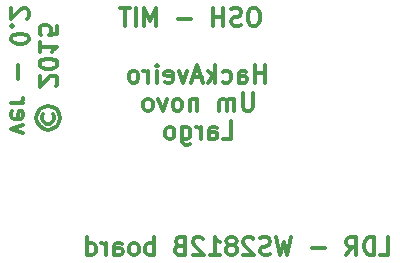
<source format=gbr>
%FSLAX46Y46*%
G04 Gerber Fmt 4.6, Leading zero omitted, Abs format (unit mm)*
G04 Created by KiCad (PCBNEW (2014-08-21 BZR 5087)-product) date Dom 15 Mar 2015 17:53:44 WET*
%MOMM*%
G01*
G04 APERTURE LIST*
%ADD10C,0.100000*%
%ADD11C,0.300000*%
G04 APERTURE END LIST*
D10*
D11*
X158277143Y-100975571D02*
X158277143Y-102189857D01*
X158205715Y-102332714D01*
X158134286Y-102404143D01*
X157991429Y-102475571D01*
X157705715Y-102475571D01*
X157562857Y-102404143D01*
X157491429Y-102332714D01*
X157420000Y-102189857D01*
X157420000Y-100975571D01*
X156705714Y-102475571D02*
X156705714Y-101475571D01*
X156705714Y-101618429D02*
X156634286Y-101547000D01*
X156491428Y-101475571D01*
X156277143Y-101475571D01*
X156134286Y-101547000D01*
X156062857Y-101689857D01*
X156062857Y-102475571D01*
X156062857Y-101689857D02*
X155991428Y-101547000D01*
X155848571Y-101475571D01*
X155634286Y-101475571D01*
X155491428Y-101547000D01*
X155420000Y-101689857D01*
X155420000Y-102475571D01*
X153562857Y-101475571D02*
X153562857Y-102475571D01*
X153562857Y-101618429D02*
X153491429Y-101547000D01*
X153348571Y-101475571D01*
X153134286Y-101475571D01*
X152991429Y-101547000D01*
X152920000Y-101689857D01*
X152920000Y-102475571D01*
X151991428Y-102475571D02*
X152134286Y-102404143D01*
X152205714Y-102332714D01*
X152277143Y-102189857D01*
X152277143Y-101761286D01*
X152205714Y-101618429D01*
X152134286Y-101547000D01*
X151991428Y-101475571D01*
X151777143Y-101475571D01*
X151634286Y-101547000D01*
X151562857Y-101618429D01*
X151491428Y-101761286D01*
X151491428Y-102189857D01*
X151562857Y-102332714D01*
X151634286Y-102404143D01*
X151777143Y-102475571D01*
X151991428Y-102475571D01*
X150991428Y-101475571D02*
X150634285Y-102475571D01*
X150277143Y-101475571D01*
X149491428Y-102475571D02*
X149634286Y-102404143D01*
X149705714Y-102332714D01*
X149777143Y-102189857D01*
X149777143Y-101761286D01*
X149705714Y-101618429D01*
X149634286Y-101547000D01*
X149491428Y-101475571D01*
X149277143Y-101475571D01*
X149134286Y-101547000D01*
X149062857Y-101618429D01*
X148991428Y-101761286D01*
X148991428Y-102189857D01*
X149062857Y-102332714D01*
X149134286Y-102404143D01*
X149277143Y-102475571D01*
X149491428Y-102475571D01*
X155705714Y-104875571D02*
X156420000Y-104875571D01*
X156420000Y-103375571D01*
X154562857Y-104875571D02*
X154562857Y-104089857D01*
X154634286Y-103947000D01*
X154777143Y-103875571D01*
X155062857Y-103875571D01*
X155205714Y-103947000D01*
X154562857Y-104804143D02*
X154705714Y-104875571D01*
X155062857Y-104875571D01*
X155205714Y-104804143D01*
X155277143Y-104661286D01*
X155277143Y-104518429D01*
X155205714Y-104375571D01*
X155062857Y-104304143D01*
X154705714Y-104304143D01*
X154562857Y-104232714D01*
X153848571Y-104875571D02*
X153848571Y-103875571D01*
X153848571Y-104161286D02*
X153777143Y-104018429D01*
X153705714Y-103947000D01*
X153562857Y-103875571D01*
X153420000Y-103875571D01*
X152277143Y-103875571D02*
X152277143Y-105089857D01*
X152348572Y-105232714D01*
X152420000Y-105304143D01*
X152562857Y-105375571D01*
X152777143Y-105375571D01*
X152920000Y-105304143D01*
X152277143Y-104804143D02*
X152420000Y-104875571D01*
X152705714Y-104875571D01*
X152848572Y-104804143D01*
X152920000Y-104732714D01*
X152991429Y-104589857D01*
X152991429Y-104161286D01*
X152920000Y-104018429D01*
X152848572Y-103947000D01*
X152705714Y-103875571D01*
X152420000Y-103875571D01*
X152277143Y-103947000D01*
X151348571Y-104875571D02*
X151491429Y-104804143D01*
X151562857Y-104732714D01*
X151634286Y-104589857D01*
X151634286Y-104161286D01*
X151562857Y-104018429D01*
X151491429Y-103947000D01*
X151348571Y-103875571D01*
X151134286Y-103875571D01*
X150991429Y-103947000D01*
X150920000Y-104018429D01*
X150848571Y-104161286D01*
X150848571Y-104589857D01*
X150920000Y-104732714D01*
X150991429Y-104804143D01*
X151134286Y-104875571D01*
X151348571Y-104875571D01*
X169035713Y-114678571D02*
X169749999Y-114678571D01*
X169749999Y-113178571D01*
X168535713Y-114678571D02*
X168535713Y-113178571D01*
X168178570Y-113178571D01*
X167964285Y-113250000D01*
X167821427Y-113392857D01*
X167749999Y-113535714D01*
X167678570Y-113821429D01*
X167678570Y-114035714D01*
X167749999Y-114321429D01*
X167821427Y-114464286D01*
X167964285Y-114607143D01*
X168178570Y-114678571D01*
X168535713Y-114678571D01*
X166178570Y-114678571D02*
X166678570Y-113964286D01*
X167035713Y-114678571D02*
X167035713Y-113178571D01*
X166464285Y-113178571D01*
X166321427Y-113250000D01*
X166249999Y-113321429D01*
X166178570Y-113464286D01*
X166178570Y-113678571D01*
X166249999Y-113821429D01*
X166321427Y-113892857D01*
X166464285Y-113964286D01*
X167035713Y-113964286D01*
X164392856Y-114107143D02*
X163249999Y-114107143D01*
X161535713Y-113178571D02*
X161178570Y-114678571D01*
X160892856Y-113607143D01*
X160607142Y-114678571D01*
X160249999Y-113178571D01*
X159749999Y-114607143D02*
X159535713Y-114678571D01*
X159178570Y-114678571D01*
X159035713Y-114607143D01*
X158964284Y-114535714D01*
X158892856Y-114392857D01*
X158892856Y-114250000D01*
X158964284Y-114107143D01*
X159035713Y-114035714D01*
X159178570Y-113964286D01*
X159464284Y-113892857D01*
X159607142Y-113821429D01*
X159678570Y-113750000D01*
X159749999Y-113607143D01*
X159749999Y-113464286D01*
X159678570Y-113321429D01*
X159607142Y-113250000D01*
X159464284Y-113178571D01*
X159107142Y-113178571D01*
X158892856Y-113250000D01*
X158321428Y-113321429D02*
X158249999Y-113250000D01*
X158107142Y-113178571D01*
X157749999Y-113178571D01*
X157607142Y-113250000D01*
X157535713Y-113321429D01*
X157464285Y-113464286D01*
X157464285Y-113607143D01*
X157535713Y-113821429D01*
X158392856Y-114678571D01*
X157464285Y-114678571D01*
X156607142Y-113821429D02*
X156750000Y-113750000D01*
X156821428Y-113678571D01*
X156892857Y-113535714D01*
X156892857Y-113464286D01*
X156821428Y-113321429D01*
X156750000Y-113250000D01*
X156607142Y-113178571D01*
X156321428Y-113178571D01*
X156178571Y-113250000D01*
X156107142Y-113321429D01*
X156035714Y-113464286D01*
X156035714Y-113535714D01*
X156107142Y-113678571D01*
X156178571Y-113750000D01*
X156321428Y-113821429D01*
X156607142Y-113821429D01*
X156750000Y-113892857D01*
X156821428Y-113964286D01*
X156892857Y-114107143D01*
X156892857Y-114392857D01*
X156821428Y-114535714D01*
X156750000Y-114607143D01*
X156607142Y-114678571D01*
X156321428Y-114678571D01*
X156178571Y-114607143D01*
X156107142Y-114535714D01*
X156035714Y-114392857D01*
X156035714Y-114107143D01*
X156107142Y-113964286D01*
X156178571Y-113892857D01*
X156321428Y-113821429D01*
X154607143Y-114678571D02*
X155464286Y-114678571D01*
X155035714Y-114678571D02*
X155035714Y-113178571D01*
X155178571Y-113392857D01*
X155321429Y-113535714D01*
X155464286Y-113607143D01*
X154035715Y-113321429D02*
X153964286Y-113250000D01*
X153821429Y-113178571D01*
X153464286Y-113178571D01*
X153321429Y-113250000D01*
X153250000Y-113321429D01*
X153178572Y-113464286D01*
X153178572Y-113607143D01*
X153250000Y-113821429D01*
X154107143Y-114678571D01*
X153178572Y-114678571D01*
X152035715Y-113892857D02*
X151821429Y-113964286D01*
X151750001Y-114035714D01*
X151678572Y-114178571D01*
X151678572Y-114392857D01*
X151750001Y-114535714D01*
X151821429Y-114607143D01*
X151964287Y-114678571D01*
X152535715Y-114678571D01*
X152535715Y-113178571D01*
X152035715Y-113178571D01*
X151892858Y-113250000D01*
X151821429Y-113321429D01*
X151750001Y-113464286D01*
X151750001Y-113607143D01*
X151821429Y-113750000D01*
X151892858Y-113821429D01*
X152035715Y-113892857D01*
X152535715Y-113892857D01*
X149892858Y-114678571D02*
X149892858Y-113178571D01*
X149892858Y-113750000D02*
X149750001Y-113678571D01*
X149464287Y-113678571D01*
X149321430Y-113750000D01*
X149250001Y-113821429D01*
X149178572Y-113964286D01*
X149178572Y-114392857D01*
X149250001Y-114535714D01*
X149321430Y-114607143D01*
X149464287Y-114678571D01*
X149750001Y-114678571D01*
X149892858Y-114607143D01*
X148321429Y-114678571D02*
X148464287Y-114607143D01*
X148535715Y-114535714D01*
X148607144Y-114392857D01*
X148607144Y-113964286D01*
X148535715Y-113821429D01*
X148464287Y-113750000D01*
X148321429Y-113678571D01*
X148107144Y-113678571D01*
X147964287Y-113750000D01*
X147892858Y-113821429D01*
X147821429Y-113964286D01*
X147821429Y-114392857D01*
X147892858Y-114535714D01*
X147964287Y-114607143D01*
X148107144Y-114678571D01*
X148321429Y-114678571D01*
X146535715Y-114678571D02*
X146535715Y-113892857D01*
X146607144Y-113750000D01*
X146750001Y-113678571D01*
X147035715Y-113678571D01*
X147178572Y-113750000D01*
X146535715Y-114607143D02*
X146678572Y-114678571D01*
X147035715Y-114678571D01*
X147178572Y-114607143D01*
X147250001Y-114464286D01*
X147250001Y-114321429D01*
X147178572Y-114178571D01*
X147035715Y-114107143D01*
X146678572Y-114107143D01*
X146535715Y-114035714D01*
X145821429Y-114678571D02*
X145821429Y-113678571D01*
X145821429Y-113964286D02*
X145750001Y-113821429D01*
X145678572Y-113750000D01*
X145535715Y-113678571D01*
X145392858Y-113678571D01*
X144250001Y-114678571D02*
X144250001Y-113178571D01*
X144250001Y-114607143D02*
X144392858Y-114678571D01*
X144678572Y-114678571D01*
X144821430Y-114607143D01*
X144892858Y-114535714D01*
X144964287Y-114392857D01*
X144964287Y-113964286D01*
X144892858Y-113821429D01*
X144821430Y-113750000D01*
X144678572Y-113678571D01*
X144392858Y-113678571D01*
X144250001Y-113750000D01*
X141364286Y-102774284D02*
X141435714Y-102917142D01*
X141435714Y-103202856D01*
X141364286Y-103345713D01*
X141221429Y-103488570D01*
X141078571Y-103559999D01*
X140792857Y-103559999D01*
X140650000Y-103488570D01*
X140507143Y-103345713D01*
X140435714Y-103202856D01*
X140435714Y-102917142D01*
X140507143Y-102774284D01*
X141935714Y-103059999D02*
X141864286Y-103417142D01*
X141650000Y-103774284D01*
X141292857Y-103988570D01*
X140935714Y-104059999D01*
X140578571Y-103988570D01*
X140221429Y-103774284D01*
X140007143Y-103417142D01*
X139935714Y-103059999D01*
X140007143Y-102702856D01*
X140221429Y-102345713D01*
X140578571Y-102131427D01*
X140935714Y-102059999D01*
X141292857Y-102131427D01*
X141650000Y-102345713D01*
X141864286Y-102702856D01*
X141935714Y-103059999D01*
X141578571Y-100345713D02*
X141650000Y-100274284D01*
X141721429Y-100131427D01*
X141721429Y-99774284D01*
X141650000Y-99631427D01*
X141578571Y-99559998D01*
X141435714Y-99488570D01*
X141292857Y-99488570D01*
X141078571Y-99559998D01*
X140221429Y-100417141D01*
X140221429Y-99488570D01*
X141721429Y-98559999D02*
X141721429Y-98417142D01*
X141650000Y-98274285D01*
X141578571Y-98202856D01*
X141435714Y-98131427D01*
X141150000Y-98059999D01*
X140792857Y-98059999D01*
X140507143Y-98131427D01*
X140364286Y-98202856D01*
X140292857Y-98274285D01*
X140221429Y-98417142D01*
X140221429Y-98559999D01*
X140292857Y-98702856D01*
X140364286Y-98774285D01*
X140507143Y-98845713D01*
X140792857Y-98917142D01*
X141150000Y-98917142D01*
X141435714Y-98845713D01*
X141578571Y-98774285D01*
X141650000Y-98702856D01*
X141721429Y-98559999D01*
X140221429Y-96631428D02*
X140221429Y-97488571D01*
X140221429Y-97059999D02*
X141721429Y-97059999D01*
X141507143Y-97202856D01*
X141364286Y-97345714D01*
X141292857Y-97488571D01*
X141721429Y-95274285D02*
X141721429Y-95988571D01*
X141007143Y-96060000D01*
X141078571Y-95988571D01*
X141150000Y-95845714D01*
X141150000Y-95488571D01*
X141078571Y-95345714D01*
X141007143Y-95274285D01*
X140864286Y-95202857D01*
X140507143Y-95202857D01*
X140364286Y-95274285D01*
X140292857Y-95345714D01*
X140221429Y-95488571D01*
X140221429Y-95845714D01*
X140292857Y-95988571D01*
X140364286Y-96060000D01*
X138821429Y-104381427D02*
X137821429Y-104024284D01*
X138821429Y-103667142D01*
X137892857Y-102524285D02*
X137821429Y-102667142D01*
X137821429Y-102952856D01*
X137892857Y-103095713D01*
X138035714Y-103167142D01*
X138607143Y-103167142D01*
X138750000Y-103095713D01*
X138821429Y-102952856D01*
X138821429Y-102667142D01*
X138750000Y-102524285D01*
X138607143Y-102452856D01*
X138464286Y-102452856D01*
X138321429Y-103167142D01*
X137821429Y-101809999D02*
X138821429Y-101809999D01*
X138535714Y-101809999D02*
X138678571Y-101738571D01*
X138750000Y-101667142D01*
X138821429Y-101524285D01*
X138821429Y-101381428D01*
X138392857Y-99738571D02*
X138392857Y-98595714D01*
X139321429Y-96452857D02*
X139321429Y-96310000D01*
X139250000Y-96167143D01*
X139178571Y-96095714D01*
X139035714Y-96024285D01*
X138750000Y-95952857D01*
X138392857Y-95952857D01*
X138107143Y-96024285D01*
X137964286Y-96095714D01*
X137892857Y-96167143D01*
X137821429Y-96310000D01*
X137821429Y-96452857D01*
X137892857Y-96595714D01*
X137964286Y-96667143D01*
X138107143Y-96738571D01*
X138392857Y-96810000D01*
X138750000Y-96810000D01*
X139035714Y-96738571D01*
X139178571Y-96667143D01*
X139250000Y-96595714D01*
X139321429Y-96452857D01*
X137964286Y-95310000D02*
X137892857Y-95238572D01*
X137821429Y-95310000D01*
X137892857Y-95381429D01*
X137964286Y-95310000D01*
X137821429Y-95310000D01*
X139178571Y-94667143D02*
X139250000Y-94595714D01*
X139321429Y-94452857D01*
X139321429Y-94095714D01*
X139250000Y-93952857D01*
X139178571Y-93881428D01*
X139035714Y-93810000D01*
X138892857Y-93810000D01*
X138678571Y-93881428D01*
X137821429Y-94738571D01*
X137821429Y-93810000D01*
X158500000Y-93778571D02*
X158214286Y-93778571D01*
X158071428Y-93850000D01*
X157928571Y-93992857D01*
X157857143Y-94278571D01*
X157857143Y-94778571D01*
X157928571Y-95064286D01*
X158071428Y-95207143D01*
X158214286Y-95278571D01*
X158500000Y-95278571D01*
X158642857Y-95207143D01*
X158785714Y-95064286D01*
X158857143Y-94778571D01*
X158857143Y-94278571D01*
X158785714Y-93992857D01*
X158642857Y-93850000D01*
X158500000Y-93778571D01*
X157285714Y-95207143D02*
X157071428Y-95278571D01*
X156714285Y-95278571D01*
X156571428Y-95207143D01*
X156499999Y-95135714D01*
X156428571Y-94992857D01*
X156428571Y-94850000D01*
X156499999Y-94707143D01*
X156571428Y-94635714D01*
X156714285Y-94564286D01*
X156999999Y-94492857D01*
X157142857Y-94421429D01*
X157214285Y-94350000D01*
X157285714Y-94207143D01*
X157285714Y-94064286D01*
X157214285Y-93921429D01*
X157142857Y-93850000D01*
X156999999Y-93778571D01*
X156642857Y-93778571D01*
X156428571Y-93850000D01*
X155785714Y-95278571D02*
X155785714Y-93778571D01*
X155785714Y-94492857D02*
X154928571Y-94492857D01*
X154928571Y-95278571D02*
X154928571Y-93778571D01*
X153071428Y-94707143D02*
X151928571Y-94707143D01*
X150071428Y-95278571D02*
X150071428Y-93778571D01*
X149571428Y-94850000D01*
X149071428Y-93778571D01*
X149071428Y-95278571D01*
X148357142Y-95278571D02*
X148357142Y-93778571D01*
X147857142Y-93778571D02*
X146999999Y-93778571D01*
X147428570Y-95278571D02*
X147428570Y-93778571D01*
X159285714Y-100078571D02*
X159285714Y-98578571D01*
X159285714Y-99292857D02*
X158428571Y-99292857D01*
X158428571Y-100078571D02*
X158428571Y-98578571D01*
X157071428Y-100078571D02*
X157071428Y-99292857D01*
X157142857Y-99150000D01*
X157285714Y-99078571D01*
X157571428Y-99078571D01*
X157714285Y-99150000D01*
X157071428Y-100007143D02*
X157214285Y-100078571D01*
X157571428Y-100078571D01*
X157714285Y-100007143D01*
X157785714Y-99864286D01*
X157785714Y-99721429D01*
X157714285Y-99578571D01*
X157571428Y-99507143D01*
X157214285Y-99507143D01*
X157071428Y-99435714D01*
X155714285Y-100007143D02*
X155857142Y-100078571D01*
X156142856Y-100078571D01*
X156285714Y-100007143D01*
X156357142Y-99935714D01*
X156428571Y-99792857D01*
X156428571Y-99364286D01*
X156357142Y-99221429D01*
X156285714Y-99150000D01*
X156142856Y-99078571D01*
X155857142Y-99078571D01*
X155714285Y-99150000D01*
X155071428Y-100078571D02*
X155071428Y-98578571D01*
X154928571Y-99507143D02*
X154500000Y-100078571D01*
X154500000Y-99078571D02*
X155071428Y-99650000D01*
X153928571Y-99650000D02*
X153214285Y-99650000D01*
X154071428Y-100078571D02*
X153571428Y-98578571D01*
X153071428Y-100078571D01*
X152714285Y-99078571D02*
X152357142Y-100078571D01*
X152000000Y-99078571D01*
X150857143Y-100007143D02*
X151000000Y-100078571D01*
X151285714Y-100078571D01*
X151428571Y-100007143D01*
X151500000Y-99864286D01*
X151500000Y-99292857D01*
X151428571Y-99150000D01*
X151285714Y-99078571D01*
X151000000Y-99078571D01*
X150857143Y-99150000D01*
X150785714Y-99292857D01*
X150785714Y-99435714D01*
X151500000Y-99578571D01*
X150142857Y-100078571D02*
X150142857Y-99078571D01*
X150142857Y-98578571D02*
X150214286Y-98650000D01*
X150142857Y-98721429D01*
X150071429Y-98650000D01*
X150142857Y-98578571D01*
X150142857Y-98721429D01*
X149428571Y-100078571D02*
X149428571Y-99078571D01*
X149428571Y-99364286D02*
X149357143Y-99221429D01*
X149285714Y-99150000D01*
X149142857Y-99078571D01*
X149000000Y-99078571D01*
X148285714Y-100078571D02*
X148428572Y-100007143D01*
X148500000Y-99935714D01*
X148571429Y-99792857D01*
X148571429Y-99364286D01*
X148500000Y-99221429D01*
X148428572Y-99150000D01*
X148285714Y-99078571D01*
X148071429Y-99078571D01*
X147928572Y-99150000D01*
X147857143Y-99221429D01*
X147785714Y-99364286D01*
X147785714Y-99792857D01*
X147857143Y-99935714D01*
X147928572Y-100007143D01*
X148071429Y-100078571D01*
X148285714Y-100078571D01*
M02*

</source>
